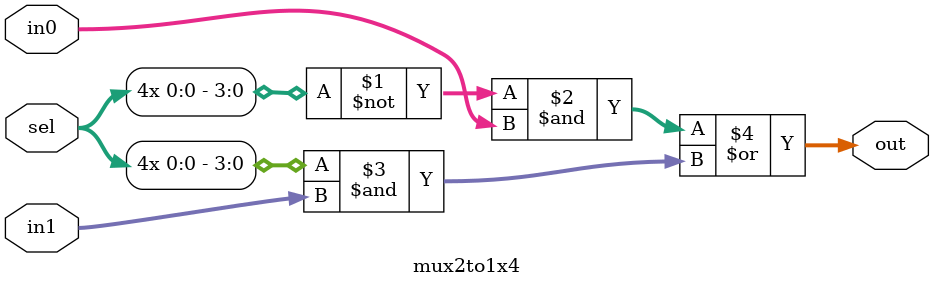
<source format=v>
`timescale 1ns / 1ps


module mux2to1x4(
    input [3:0] in0,
    input [3:0] in1,
    input sel,
    output [3:0] out
    );
    assign out[3:0] = ~{sel, sel, sel, sel} & in0[3:0] | {sel, sel, sel, sel} & in1[3:0];
endmodule

</source>
